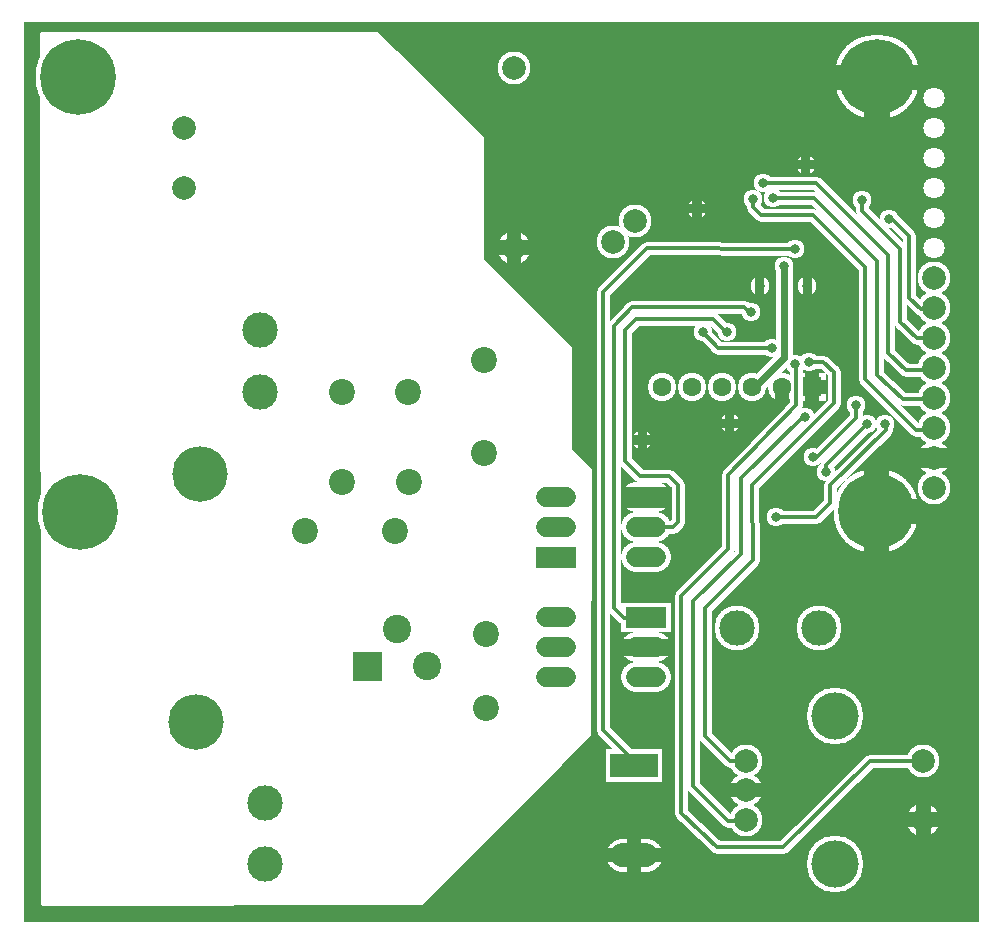
<source format=gbr>
%FSLAX34Y34*%
%MOMM*%
%LNCOPPER_TOP*%
G71*
G01*
%ADD10C,2.400*%
%ADD11C,1.610*%
%ADD12C,1.100*%
%ADD13C,1.400*%
%ADD14C,2.500*%
%ADD15C,3.000*%
%ADD16C,3.800*%
%ADD17C,3.200*%
%ADD18C,5.500*%
%ADD19C,2.800*%
%ADD20C,4.800*%
%ADD21C,2.800*%
%ADD22C,7.200*%
%ADD23C,1.400*%
%ADD24C,1.800*%
%ADD25C,0.300*%
%ADD26C,1.157*%
%ADD27C,1.141*%
%ADD28C,1.700*%
%ADD29C,1.473*%
%ADD30C,1.240*%
%ADD31C,1.320*%
%ADD32C,1.200*%
%ADD33C,2.133*%
%ADD34C,0.200*%
%ADD35C,1.653*%
%ADD36C,0.810*%
%ADD37C,1.600*%
%ADD38C,0.810*%
%ADD39C,0.600*%
%ADD40C,2.200*%
%ADD41C,4.700*%
%ADD42C,2.000*%
%ADD43C,4.000*%
%ADD44C,2.000*%
%ADD45C,6.400*%
%ADD46C,0.600*%
%LPD*%
G36*
X-12700Y746397D02*
X796300Y746397D01*
X796300Y-15603D01*
X-12700Y-15603D01*
X-12700Y746397D01*
G37*
%LPC*%
G36*
X666526Y449918D02*
X666526Y425918D01*
X642526Y425918D01*
X642526Y449918D01*
X666526Y449918D01*
G37*
X629127Y437918D02*
G54D10*
D03*
X603726Y437919D02*
G54D10*
D03*
X578326Y437919D02*
G54D10*
D03*
X552926Y437919D02*
G54D10*
D03*
X527526Y437919D02*
G54D10*
D03*
X630460Y540408D02*
G54D11*
D03*
X620934Y470955D02*
G54D11*
D03*
X562197Y484052D02*
G54D11*
D03*
G54D12*
X620934Y470955D02*
X575294Y470955D01*
X562197Y484052D01*
G54D13*
X630460Y540408D02*
X630460Y462668D01*
X605710Y437919D01*
G54D14*
X505675Y344234D02*
X522675Y344234D01*
G54D14*
X429475Y318834D02*
X446475Y318834D01*
G54D14*
X505675Y318834D02*
X522675Y318834D01*
G54D14*
X429475Y344234D02*
X446475Y344234D01*
G54D14*
X505675Y293434D02*
X522675Y293434D01*
G54D14*
X429475Y191834D02*
X446475Y191834D01*
G54D14*
X505675Y217234D02*
X522675Y217234D01*
G54D14*
X429475Y217234D02*
X446475Y217234D01*
G54D14*
X505675Y191834D02*
X522675Y191834D01*
G54D14*
X429475Y242634D02*
X446475Y242634D01*
X225250Y315659D02*
G54D15*
D03*
X257000Y356934D02*
G54D15*
D03*
X312959Y356934D02*
G54D15*
D03*
X376447Y381780D02*
G54D15*
D03*
X257000Y433134D02*
G54D15*
D03*
X312563Y433134D02*
G54D15*
D03*
X376447Y460361D02*
G54D15*
D03*
X301450Y315659D02*
G54D15*
D03*
G36*
X416975Y305934D02*
X458975Y305934D01*
X458975Y280934D01*
X416975Y280934D01*
X416975Y305934D01*
G37*
G36*
X493175Y255134D02*
X535175Y255134D01*
X535175Y230134D01*
X493175Y230134D01*
X493175Y255134D01*
G37*
X191829Y33906D02*
G54D16*
D03*
X191830Y85907D02*
G54D16*
D03*
G36*
X294199Y217202D02*
X294199Y185202D01*
X262199Y185202D01*
X262199Y217202D01*
X294199Y217202D01*
G37*
X303599Y232952D02*
G54D17*
D03*
X328999Y201202D02*
G54D17*
D03*
X136338Y363901D02*
G54D18*
D03*
X133163Y154351D02*
G54D18*
D03*
X660496Y233410D02*
G54D16*
D03*
X591032Y233411D02*
G54D16*
D03*
X378485Y228298D02*
G54D15*
D03*
X378485Y165598D02*
G54D15*
D03*
X598890Y121450D02*
G54D19*
D03*
X598890Y71450D02*
G54D19*
D03*
X598890Y96450D02*
G54D19*
D03*
X748890Y121450D02*
G54D19*
D03*
X748890Y71450D02*
G54D19*
D03*
X673890Y158950D02*
G54D20*
D03*
X673890Y33950D02*
G54D20*
D03*
X402235Y555825D02*
G54D19*
D03*
X402234Y708224D02*
G54D19*
D03*
X122834Y657425D02*
G54D19*
D03*
X122834Y606625D02*
G54D19*
D03*
G54D21*
X493856Y41222D02*
X513856Y41222D01*
G36*
X479856Y131221D02*
X527856Y131221D01*
X527856Y103221D01*
X479856Y103221D01*
X479856Y131221D01*
G37*
X709155Y332456D02*
G54D22*
D03*
X685154Y332456D02*
G54D23*
D03*
X692184Y349426D02*
G54D23*
D03*
X709155Y356456D02*
G54D23*
D03*
X726125Y349426D02*
G54D23*
D03*
X733154Y332456D02*
G54D23*
D03*
X726125Y315485D02*
G54D23*
D03*
X709155Y308456D02*
G54D23*
D03*
X692184Y315485D02*
G54D23*
D03*
X709612Y699962D02*
G54D22*
D03*
X685611Y699962D02*
G54D23*
D03*
X692640Y716933D02*
G54D23*
D03*
X709611Y723962D02*
G54D23*
D03*
X726582Y716933D02*
G54D23*
D03*
X733611Y699962D02*
G54D23*
D03*
X726582Y682991D02*
G54D23*
D03*
X709611Y675962D02*
G54D23*
D03*
X692640Y682991D02*
G54D23*
D03*
X757573Y352300D02*
G54D19*
D03*
X757573Y377700D02*
G54D19*
D03*
X757573Y403100D02*
G54D19*
D03*
X757573Y428500D02*
G54D19*
D03*
X757573Y453900D02*
G54D19*
D03*
X757573Y479300D02*
G54D19*
D03*
X757573Y504700D02*
G54D19*
D03*
X757573Y530100D02*
G54D19*
D03*
X34924Y331662D02*
G54D22*
D03*
X10923Y331662D02*
G54D23*
D03*
X17953Y348633D02*
G54D23*
D03*
X34924Y355662D02*
G54D23*
D03*
X51894Y348633D02*
G54D23*
D03*
X58924Y331662D02*
G54D23*
D03*
X51894Y314692D02*
G54D23*
D03*
X34924Y307662D02*
G54D23*
D03*
X17953Y314692D02*
G54D23*
D03*
X33336Y699962D02*
G54D22*
D03*
X9336Y699962D02*
G54D23*
D03*
X16366Y716933D02*
G54D23*
D03*
X33336Y723962D02*
G54D23*
D03*
X50306Y716933D02*
G54D23*
D03*
X57336Y699962D02*
G54D23*
D03*
X50306Y682992D02*
G54D23*
D03*
X33336Y675962D02*
G54D23*
D03*
X16366Y682992D02*
G54D23*
D03*
X757573Y555500D02*
G54D24*
D03*
X757573Y580900D02*
G54D24*
D03*
X757573Y606300D02*
G54D24*
D03*
X757573Y631700D02*
G54D24*
D03*
X757573Y657100D02*
G54D24*
D03*
X757573Y682500D02*
G54D24*
D03*
X22560Y472950D02*
G54D24*
D03*
X22560Y498350D02*
G54D24*
D03*
X22560Y523750D02*
G54D24*
D03*
X22560Y549150D02*
G54D24*
D03*
X187464Y433956D02*
G54D16*
D03*
X187464Y485957D02*
G54D16*
D03*
X719534Y580232D02*
G54D11*
D03*
X696515Y595710D02*
G54D11*
D03*
X621506Y597694D02*
G54D11*
D03*
X612775Y610791D02*
G54D11*
D03*
X604837Y597297D02*
G54D11*
D03*
G54D12*
X719534Y580232D02*
X722312Y580232D01*
X736997Y565547D01*
X736997Y513557D01*
X746918Y503635D01*
X759683Y503635D01*
X760748Y504700D01*
G54D12*
X696515Y595710D02*
X696515Y586979D01*
X729059Y554435D01*
X729059Y492919D01*
X743744Y479029D01*
X758889Y479029D01*
X759160Y479300D01*
G54D12*
X612775Y610791D02*
X657622Y610791D01*
X719137Y549276D01*
X719137Y466726D01*
X733822Y452041D01*
X755714Y452041D01*
X757573Y453900D01*
G54D12*
X620712Y597694D02*
X656431Y597694D01*
X710009Y544116D01*
X710009Y448072D01*
X731440Y427435D01*
X755714Y427435D01*
X756779Y428500D01*
G54D12*
X604837Y597297D02*
X604837Y590154D01*
X611187Y583804D01*
X655637Y583804D01*
X699690Y539750D01*
X699690Y444500D01*
X742553Y401638D01*
X756111Y401638D01*
X757573Y403100D01*
X583009Y484585D02*
G54D11*
D03*
X602853Y501254D02*
G54D11*
D03*
G54D12*
X601265Y501254D02*
X596900Y505619D01*
X502444Y505619D01*
X486568Y489744D01*
X486568Y250826D01*
X495300Y242094D01*
X512048Y242094D01*
X512588Y242634D01*
G54D12*
X583009Y484585D02*
X581422Y484585D01*
X570706Y495300D01*
X505618Y495300D01*
X496490Y486172D01*
X496490Y375047D01*
X509190Y362347D01*
X533400Y362347D01*
X541337Y354410D01*
X541337Y323454D01*
X536972Y319088D01*
X514429Y319088D01*
X514175Y318834D01*
G54D12*
X507428Y117221D02*
X507428Y117650D01*
X477837Y147241D01*
X477837Y518319D01*
X514747Y555229D01*
X640556Y554832D01*
X640556Y554832D02*
G54D11*
D03*
X639762Y457200D02*
G54D11*
D03*
X651668Y459185D02*
G54D11*
D03*
X648494Y412750D02*
G54D11*
D03*
X716756Y406797D02*
G54D11*
D03*
X701278Y406400D02*
G54D11*
D03*
X691753Y422672D02*
G54D11*
D03*
X655240Y378619D02*
G54D11*
D03*
X623887Y327422D02*
G54D11*
D03*
X666353Y365522D02*
G54D11*
D03*
G54D12*
X623887Y327422D02*
X657622Y327422D01*
X669925Y339726D01*
X669925Y354410D01*
X717153Y401638D01*
X717153Y406400D01*
X716756Y406797D01*
G54D12*
X666353Y365522D02*
X666353Y371476D01*
X701278Y406400D01*
G54D12*
X651668Y459185D02*
X663972Y459185D01*
X673100Y450850D01*
X673100Y423863D01*
X604044Y354807D01*
X604837Y291307D01*
X564356Y250826D01*
X564356Y142082D01*
X584988Y121450D01*
X598890Y121450D01*
G54D12*
X648494Y412750D02*
X646906Y412750D01*
X594518Y360363D01*
X594518Y296069D01*
X554037Y256382D01*
X554037Y100013D01*
X583406Y70644D01*
X598085Y70644D01*
X598890Y71450D01*
G54D12*
X639762Y457200D02*
X641350Y452438D01*
X641350Y422276D01*
X583406Y363538D01*
X583406Y300832D01*
X543718Y261144D01*
X543718Y76994D01*
X573881Y48419D01*
X630237Y48419D01*
X703262Y121444D01*
X748890Y121450D01*
G36*
X2381Y736600D02*
X286544Y736600D01*
X375444Y648494D01*
X375444Y545306D01*
X450056Y470694D01*
X450056Y384175D01*
X466328Y367903D01*
X465534Y143272D01*
X324644Y794D01*
X3175Y0D01*
X2381Y736600D01*
G37*
G54D25*
X2381Y736600D02*
X286544Y736600D01*
X375444Y648494D01*
X375444Y545306D01*
X450056Y470694D01*
X450056Y384175D01*
X466328Y367903D01*
X465534Y143272D01*
X324644Y794D01*
X3175Y0D01*
X2381Y736600D01*
X650649Y523688D02*
G54D11*
D03*
X610168Y523688D02*
G54D11*
D03*
G54D12*
X655240Y378619D02*
X658812Y378619D01*
X692150Y411957D01*
X692150Y422276D01*
X691753Y422672D01*
X556987Y588776D02*
G54D11*
D03*
X649062Y626082D02*
G54D11*
D03*
X510949Y392719D02*
G54D11*
D03*
X584768Y407007D02*
G54D11*
D03*
X504280Y578100D02*
G54D19*
D03*
X486319Y560139D02*
G54D19*
D03*
%LPD*%
G54D26*
G36*
X654526Y443705D02*
X667026Y443705D01*
X667026Y432132D01*
X654526Y432132D01*
X654526Y443705D01*
G37*
G36*
X660312Y437918D02*
X660312Y425418D01*
X648739Y425418D01*
X648739Y437918D01*
X660312Y437918D01*
G37*
G36*
X648739Y437918D02*
X648739Y450418D01*
X660312Y450418D01*
X660312Y437918D01*
X648739Y437918D01*
G37*
G54D27*
G36*
X634833Y437918D02*
X634833Y425418D01*
X623420Y425418D01*
X623420Y437918D01*
X634833Y437918D01*
G37*
G54D28*
G36*
X514175Y352734D02*
X535675Y352734D01*
X535675Y335734D01*
X514175Y335734D01*
X514175Y352734D01*
G37*
G36*
X514175Y335734D02*
X492675Y335734D01*
X492675Y352734D01*
X514175Y352734D01*
X514175Y335734D01*
G37*
G54D29*
G36*
X514175Y224601D02*
X535675Y224601D01*
X535675Y209868D01*
X514175Y209868D01*
X514175Y224601D01*
G37*
G36*
X514175Y209868D02*
X492675Y209868D01*
X492675Y224601D01*
X514175Y224601D01*
X514175Y209868D01*
G37*
G54D30*
G36*
X598890Y102650D02*
X613390Y102650D01*
X613390Y90250D01*
X598890Y90250D01*
X598890Y102650D01*
G37*
G36*
X598890Y90250D02*
X584390Y90250D01*
X584390Y102650D01*
X598890Y102650D01*
X598890Y90250D01*
G37*
G54D31*
G36*
X748890Y78050D02*
X763390Y78050D01*
X763390Y64850D01*
X748890Y64850D01*
X748890Y78050D01*
G37*
G36*
X755490Y71450D02*
X755490Y56950D01*
X742290Y56950D01*
X742290Y71450D01*
X755490Y71450D01*
G37*
G36*
X748890Y64850D02*
X734390Y64850D01*
X734390Y78050D01*
X748890Y78050D01*
X748890Y64850D01*
G37*
G36*
X742290Y71450D02*
X742290Y85950D01*
X755490Y85950D01*
X755490Y71450D01*
X742290Y71450D01*
G37*
G54D32*
G36*
X402235Y561825D02*
X416735Y561825D01*
X416735Y549825D01*
X402235Y549825D01*
X402235Y561825D01*
G37*
G36*
X408235Y555825D02*
X408235Y541325D01*
X396235Y541325D01*
X396235Y555825D01*
X408235Y555825D01*
G37*
G36*
X402235Y549825D02*
X387735Y549825D01*
X387735Y561825D01*
X402235Y561825D01*
X402235Y549825D01*
G37*
G36*
X396235Y555825D02*
X396235Y570325D01*
X408235Y570325D01*
X408235Y555825D01*
X396235Y555825D01*
G37*
G54D32*
G36*
X497856Y41222D02*
X497856Y55722D01*
X509856Y55722D01*
X509856Y41222D01*
X497856Y41222D01*
G37*
G36*
X503856Y47222D02*
X528356Y47222D01*
X528356Y35222D01*
X503856Y35222D01*
X503856Y47222D01*
G37*
G36*
X509856Y41222D02*
X509856Y26722D01*
X497856Y26722D01*
X497856Y41222D01*
X509856Y41222D01*
G37*
G36*
X503856Y35222D02*
X479356Y35222D01*
X479356Y47222D01*
X503856Y47222D01*
X503856Y35222D01*
G37*
G54D33*
G36*
X719821Y332456D02*
X719821Y295956D01*
X698488Y295956D01*
X698488Y332456D01*
X719821Y332456D01*
G37*
G36*
X698488Y332456D02*
X698488Y368956D01*
X719821Y368956D01*
X719821Y332456D01*
X698488Y332456D01*
G37*
G36*
X709155Y343122D02*
X745655Y343122D01*
X745655Y321789D01*
X709155Y321789D01*
X709155Y343122D01*
G37*
G54D34*
G36*
X686154Y332456D02*
X686154Y324956D01*
X684154Y324956D01*
X684154Y332456D01*
X686154Y332456D01*
G37*
G36*
X685154Y331456D02*
X677654Y331456D01*
X677654Y333456D01*
X685154Y333456D01*
X685154Y331456D01*
G37*
G36*
X684154Y332456D02*
X684154Y339956D01*
X686154Y339956D01*
X686154Y332456D01*
X684154Y332456D01*
G37*
G36*
X685154Y333456D02*
X692654Y333456D01*
X692654Y331456D01*
X685154Y331456D01*
X685154Y333456D01*
G37*
G54D34*
G36*
X693184Y349426D02*
X693184Y341926D01*
X691184Y341926D01*
X691184Y349426D01*
X693184Y349426D01*
G37*
G36*
X692184Y348426D02*
X684684Y348426D01*
X684684Y350426D01*
X692184Y350426D01*
X692184Y348426D01*
G37*
G36*
X691184Y349426D02*
X691184Y356926D01*
X693184Y356926D01*
X693184Y349426D01*
X691184Y349426D01*
G37*
G36*
X692184Y350426D02*
X699684Y350426D01*
X699684Y348426D01*
X692184Y348426D01*
X692184Y350426D01*
G37*
G54D34*
G36*
X710155Y356456D02*
X710155Y348956D01*
X708155Y348956D01*
X708155Y356456D01*
X710155Y356456D01*
G37*
G36*
X709155Y355456D02*
X701655Y355456D01*
X701655Y357456D01*
X709155Y357456D01*
X709155Y355456D01*
G37*
G36*
X708155Y356456D02*
X708155Y363956D01*
X710155Y363956D01*
X710155Y356456D01*
X708155Y356456D01*
G37*
G36*
X709155Y357456D02*
X716655Y357456D01*
X716655Y355456D01*
X709155Y355456D01*
X709155Y357456D01*
G37*
G54D34*
G36*
X727125Y349426D02*
X727125Y341926D01*
X725125Y341926D01*
X725125Y349426D01*
X727125Y349426D01*
G37*
G36*
X726125Y348426D02*
X718625Y348426D01*
X718625Y350426D01*
X726125Y350426D01*
X726125Y348426D01*
G37*
G36*
X725125Y349426D02*
X725125Y356926D01*
X727125Y356926D01*
X727125Y349426D01*
X725125Y349426D01*
G37*
G36*
X726125Y350426D02*
X733625Y350426D01*
X733625Y348426D01*
X726125Y348426D01*
X726125Y350426D01*
G37*
G54D34*
G36*
X734154Y332456D02*
X734154Y324956D01*
X732154Y324956D01*
X732154Y332456D01*
X734154Y332456D01*
G37*
G36*
X733154Y331456D02*
X725654Y331456D01*
X725654Y333456D01*
X733154Y333456D01*
X733154Y331456D01*
G37*
G36*
X732154Y332456D02*
X732154Y339956D01*
X734154Y339956D01*
X734154Y332456D01*
X732154Y332456D01*
G37*
G36*
X733154Y333456D02*
X740654Y333456D01*
X740654Y331456D01*
X733154Y331456D01*
X733154Y333456D01*
G37*
G54D34*
G36*
X727125Y315485D02*
X727125Y307985D01*
X725125Y307985D01*
X725125Y315485D01*
X727125Y315485D01*
G37*
G36*
X726125Y314485D02*
X718625Y314485D01*
X718625Y316485D01*
X726125Y316485D01*
X726125Y314485D01*
G37*
G36*
X725125Y315485D02*
X725125Y322985D01*
X727125Y322985D01*
X727125Y315485D01*
X725125Y315485D01*
G37*
G36*
X726125Y316485D02*
X733625Y316485D01*
X733625Y314485D01*
X726125Y314485D01*
X726125Y316485D01*
G37*
G54D34*
G36*
X710155Y308456D02*
X710155Y300956D01*
X708155Y300956D01*
X708155Y308456D01*
X710155Y308456D01*
G37*
G36*
X709155Y307456D02*
X701655Y307456D01*
X701655Y309456D01*
X709155Y309456D01*
X709155Y307456D01*
G37*
G36*
X708155Y308456D02*
X708155Y315956D01*
X710155Y315956D01*
X710155Y308456D01*
X708155Y308456D01*
G37*
G36*
X709155Y309456D02*
X716655Y309456D01*
X716655Y307456D01*
X709155Y307456D01*
X709155Y309456D01*
G37*
G54D34*
G36*
X693184Y315485D02*
X693184Y307985D01*
X691184Y307985D01*
X691184Y315485D01*
X693184Y315485D01*
G37*
G36*
X692184Y314485D02*
X684684Y314485D01*
X684684Y316485D01*
X692184Y316485D01*
X692184Y314485D01*
G37*
G36*
X691184Y315485D02*
X691184Y322985D01*
X693184Y322985D01*
X693184Y315485D01*
X691184Y315485D01*
G37*
G36*
X692184Y316485D02*
X699684Y316485D01*
X699684Y314485D01*
X692184Y314485D01*
X692184Y316485D01*
G37*
G54D33*
G36*
X720278Y699962D02*
X720278Y663462D01*
X698945Y663462D01*
X698945Y699962D01*
X720278Y699962D01*
G37*
G36*
X709612Y689295D02*
X673112Y689295D01*
X673112Y710629D01*
X709612Y710629D01*
X709612Y689295D01*
G37*
G36*
X709612Y710629D02*
X746112Y710629D01*
X746112Y689295D01*
X709612Y689295D01*
X709612Y710629D01*
G37*
G54D34*
G36*
X686611Y699962D02*
X686611Y692462D01*
X684611Y692462D01*
X684611Y699962D01*
X686611Y699962D01*
G37*
G36*
X685611Y698962D02*
X678111Y698962D01*
X678111Y700962D01*
X685611Y700962D01*
X685611Y698962D01*
G37*
G36*
X684611Y699962D02*
X684611Y707462D01*
X686611Y707462D01*
X686611Y699962D01*
X684611Y699962D01*
G37*
G36*
X685611Y700962D02*
X693111Y700962D01*
X693111Y698962D01*
X685611Y698962D01*
X685611Y700962D01*
G37*
G54D34*
G36*
X693640Y716933D02*
X693640Y709433D01*
X691640Y709433D01*
X691640Y716933D01*
X693640Y716933D01*
G37*
G36*
X692640Y715933D02*
X685140Y715933D01*
X685140Y717933D01*
X692640Y717933D01*
X692640Y715933D01*
G37*
G36*
X691640Y716933D02*
X691640Y724433D01*
X693640Y724433D01*
X693640Y716933D01*
X691640Y716933D01*
G37*
G36*
X692640Y717933D02*
X700140Y717933D01*
X700140Y715933D01*
X692640Y715933D01*
X692640Y717933D01*
G37*
G54D34*
G36*
X710611Y723962D02*
X710611Y716462D01*
X708611Y716462D01*
X708611Y723962D01*
X710611Y723962D01*
G37*
G36*
X709611Y722962D02*
X702111Y722962D01*
X702111Y724962D01*
X709611Y724962D01*
X709611Y722962D01*
G37*
G36*
X708611Y723962D02*
X708611Y731462D01*
X710611Y731462D01*
X710611Y723962D01*
X708611Y723962D01*
G37*
G36*
X709611Y724962D02*
X717111Y724962D01*
X717111Y722962D01*
X709611Y722962D01*
X709611Y724962D01*
G37*
G54D34*
G36*
X727582Y716933D02*
X727582Y709433D01*
X725582Y709433D01*
X725582Y716933D01*
X727582Y716933D01*
G37*
G36*
X726582Y715933D02*
X719082Y715933D01*
X719082Y717933D01*
X726582Y717933D01*
X726582Y715933D01*
G37*
G36*
X725582Y716933D02*
X725582Y724433D01*
X727582Y724433D01*
X727582Y716933D01*
X725582Y716933D01*
G37*
G36*
X726582Y717933D02*
X734082Y717933D01*
X734082Y715933D01*
X726582Y715933D01*
X726582Y717933D01*
G37*
G54D34*
G36*
X734611Y699962D02*
X734611Y692462D01*
X732611Y692462D01*
X732611Y699962D01*
X734611Y699962D01*
G37*
G36*
X733611Y698962D02*
X726111Y698962D01*
X726111Y700962D01*
X733611Y700962D01*
X733611Y698962D01*
G37*
G36*
X732611Y699962D02*
X732611Y707462D01*
X734611Y707462D01*
X734611Y699962D01*
X732611Y699962D01*
G37*
G36*
X733611Y700962D02*
X741111Y700962D01*
X741111Y698962D01*
X733611Y698962D01*
X733611Y700962D01*
G37*
G54D34*
G36*
X727582Y682991D02*
X727582Y675491D01*
X725582Y675491D01*
X725582Y682991D01*
X727582Y682991D01*
G37*
G36*
X726582Y681991D02*
X719082Y681991D01*
X719082Y683991D01*
X726582Y683991D01*
X726582Y681991D01*
G37*
G36*
X725582Y682991D02*
X725582Y690491D01*
X727582Y690491D01*
X727582Y682991D01*
X725582Y682991D01*
G37*
G36*
X726582Y683991D02*
X734082Y683991D01*
X734082Y681991D01*
X726582Y681991D01*
X726582Y683991D01*
G37*
G54D34*
G36*
X710611Y675962D02*
X710611Y668462D01*
X708611Y668462D01*
X708611Y675962D01*
X710611Y675962D01*
G37*
G36*
X709611Y674962D02*
X702111Y674962D01*
X702111Y676962D01*
X709611Y676962D01*
X709611Y674962D01*
G37*
G36*
X708611Y675962D02*
X708611Y683462D01*
X710611Y683462D01*
X710611Y675962D01*
X708611Y675962D01*
G37*
G36*
X709611Y676962D02*
X717111Y676962D01*
X717111Y674962D01*
X709611Y674962D01*
X709611Y676962D01*
G37*
G54D34*
G36*
X693640Y682991D02*
X693640Y675491D01*
X691640Y675491D01*
X691640Y682991D01*
X693640Y682991D01*
G37*
G36*
X692640Y681991D02*
X685140Y681991D01*
X685140Y683991D01*
X692640Y683991D01*
X692640Y681991D01*
G37*
G36*
X691640Y682991D02*
X691640Y690491D01*
X693640Y690491D01*
X693640Y682991D01*
X691640Y682991D01*
G37*
G36*
X692640Y683991D02*
X700140Y683991D01*
X700140Y681991D01*
X692640Y681991D01*
X692640Y683991D01*
G37*
G54D35*
G36*
X757573Y369433D02*
X743073Y369433D01*
X743073Y385967D01*
X757573Y385967D01*
X757573Y369433D01*
G37*
G36*
X757573Y385967D02*
X772073Y385967D01*
X772073Y369433D01*
X757573Y369433D01*
X757573Y385967D01*
G37*
G54D34*
G36*
X11923Y331662D02*
X11923Y324162D01*
X9923Y324162D01*
X9923Y331662D01*
X11923Y331662D01*
G37*
G36*
X10923Y330662D02*
X3423Y330662D01*
X3423Y332662D01*
X10923Y332662D01*
X10923Y330662D01*
G37*
G36*
X9923Y331662D02*
X9923Y339162D01*
X11923Y339162D01*
X11923Y331662D01*
X9923Y331662D01*
G37*
G36*
X10923Y332662D02*
X18423Y332662D01*
X18423Y330662D01*
X10923Y330662D01*
X10923Y332662D01*
G37*
G54D34*
G36*
X18953Y348633D02*
X18953Y341133D01*
X16953Y341133D01*
X16953Y348633D01*
X18953Y348633D01*
G37*
G36*
X17953Y347633D02*
X10453Y347633D01*
X10453Y349633D01*
X17953Y349633D01*
X17953Y347633D01*
G37*
G36*
X16953Y348633D02*
X16953Y356133D01*
X18953Y356133D01*
X18953Y348633D01*
X16953Y348633D01*
G37*
G36*
X17953Y349633D02*
X25453Y349633D01*
X25453Y347633D01*
X17953Y347633D01*
X17953Y349633D01*
G37*
G54D34*
G36*
X35924Y355662D02*
X35924Y348162D01*
X33924Y348162D01*
X33924Y355662D01*
X35924Y355662D01*
G37*
G36*
X34924Y354662D02*
X27424Y354662D01*
X27424Y356662D01*
X34924Y356662D01*
X34924Y354662D01*
G37*
G36*
X33924Y355662D02*
X33924Y363162D01*
X35924Y363162D01*
X35924Y355662D01*
X33924Y355662D01*
G37*
G36*
X34924Y356662D02*
X42424Y356662D01*
X42424Y354662D01*
X34924Y354662D01*
X34924Y356662D01*
G37*
G54D34*
G36*
X52894Y348633D02*
X52894Y341133D01*
X50894Y341133D01*
X50894Y348633D01*
X52894Y348633D01*
G37*
G36*
X51894Y347633D02*
X44394Y347633D01*
X44394Y349633D01*
X51894Y349633D01*
X51894Y347633D01*
G37*
G36*
X50894Y348633D02*
X50894Y356133D01*
X52894Y356133D01*
X52894Y348633D01*
X50894Y348633D01*
G37*
G36*
X51894Y349633D02*
X59394Y349633D01*
X59394Y347633D01*
X51894Y347633D01*
X51894Y349633D01*
G37*
G54D34*
G36*
X59924Y331662D02*
X59924Y324162D01*
X57924Y324162D01*
X57924Y331662D01*
X59924Y331662D01*
G37*
G36*
X58924Y330662D02*
X51424Y330662D01*
X51424Y332662D01*
X58924Y332662D01*
X58924Y330662D01*
G37*
G36*
X57924Y331662D02*
X57924Y339162D01*
X59924Y339162D01*
X59924Y331662D01*
X57924Y331662D01*
G37*
G36*
X58924Y332662D02*
X66424Y332662D01*
X66424Y330662D01*
X58924Y330662D01*
X58924Y332662D01*
G37*
G54D34*
G36*
X52894Y314692D02*
X52894Y307192D01*
X50894Y307192D01*
X50894Y314692D01*
X52894Y314692D01*
G37*
G36*
X51894Y313692D02*
X44394Y313692D01*
X44394Y315692D01*
X51894Y315692D01*
X51894Y313692D01*
G37*
G36*
X50894Y314692D02*
X50894Y322192D01*
X52894Y322192D01*
X52894Y314692D01*
X50894Y314692D01*
G37*
G36*
X51894Y315692D02*
X59394Y315692D01*
X59394Y313692D01*
X51894Y313692D01*
X51894Y315692D01*
G37*
G54D34*
G36*
X35924Y307662D02*
X35924Y300162D01*
X33924Y300162D01*
X33924Y307662D01*
X35924Y307662D01*
G37*
G36*
X34924Y306662D02*
X27424Y306662D01*
X27424Y308662D01*
X34924Y308662D01*
X34924Y306662D01*
G37*
G36*
X33924Y307662D02*
X33924Y315162D01*
X35924Y315162D01*
X35924Y307662D01*
X33924Y307662D01*
G37*
G36*
X34924Y308662D02*
X42424Y308662D01*
X42424Y306662D01*
X34924Y306662D01*
X34924Y308662D01*
G37*
G54D34*
G36*
X18953Y314692D02*
X18953Y307192D01*
X16953Y307192D01*
X16953Y314692D01*
X18953Y314692D01*
G37*
G36*
X17953Y313692D02*
X10453Y313692D01*
X10453Y315692D01*
X17953Y315692D01*
X17953Y313692D01*
G37*
G36*
X16953Y314692D02*
X16953Y322192D01*
X18953Y322192D01*
X18953Y314692D01*
X16953Y314692D01*
G37*
G36*
X17953Y315692D02*
X25453Y315692D01*
X25453Y313692D01*
X17953Y313692D01*
X17953Y315692D01*
G37*
G54D34*
G36*
X10336Y699962D02*
X10336Y692462D01*
X8336Y692462D01*
X8336Y699962D01*
X10336Y699962D01*
G37*
G36*
X9336Y698962D02*
X1836Y698962D01*
X1836Y700962D01*
X9336Y700962D01*
X9336Y698962D01*
G37*
G36*
X8336Y699962D02*
X8336Y707462D01*
X10336Y707462D01*
X10336Y699962D01*
X8336Y699962D01*
G37*
G36*
X9336Y700962D02*
X16836Y700962D01*
X16836Y698962D01*
X9336Y698962D01*
X9336Y700962D01*
G37*
G54D34*
G36*
X17366Y716933D02*
X17366Y709433D01*
X15366Y709433D01*
X15366Y716933D01*
X17366Y716933D01*
G37*
G36*
X16366Y715933D02*
X8866Y715933D01*
X8866Y717933D01*
X16366Y717933D01*
X16366Y715933D01*
G37*
G36*
X15366Y716933D02*
X15366Y724433D01*
X17366Y724433D01*
X17366Y716933D01*
X15366Y716933D01*
G37*
G36*
X16366Y717933D02*
X23866Y717933D01*
X23866Y715933D01*
X16366Y715933D01*
X16366Y717933D01*
G37*
G54D34*
G36*
X34336Y723962D02*
X34336Y716462D01*
X32336Y716462D01*
X32336Y723962D01*
X34336Y723962D01*
G37*
G36*
X33336Y722962D02*
X25836Y722962D01*
X25836Y724962D01*
X33336Y724962D01*
X33336Y722962D01*
G37*
G36*
X32336Y723962D02*
X32336Y731462D01*
X34336Y731462D01*
X34336Y723962D01*
X32336Y723962D01*
G37*
G36*
X33336Y724962D02*
X40836Y724962D01*
X40836Y722962D01*
X33336Y722962D01*
X33336Y724962D01*
G37*
G54D34*
G36*
X51306Y716933D02*
X51306Y709433D01*
X49306Y709433D01*
X49306Y716933D01*
X51306Y716933D01*
G37*
G36*
X50306Y715933D02*
X42806Y715933D01*
X42806Y717933D01*
X50306Y717933D01*
X50306Y715933D01*
G37*
G36*
X49306Y716933D02*
X49306Y724433D01*
X51306Y724433D01*
X51306Y716933D01*
X49306Y716933D01*
G37*
G36*
X50306Y717933D02*
X57806Y717933D01*
X57806Y715933D01*
X50306Y715933D01*
X50306Y717933D01*
G37*
G54D34*
G36*
X58336Y699962D02*
X58336Y692462D01*
X56336Y692462D01*
X56336Y699962D01*
X58336Y699962D01*
G37*
G36*
X57336Y698962D02*
X49836Y698962D01*
X49836Y700962D01*
X57336Y700962D01*
X57336Y698962D01*
G37*
G36*
X56336Y699962D02*
X56336Y707462D01*
X58336Y707462D01*
X58336Y699962D01*
X56336Y699962D01*
G37*
G36*
X57336Y700962D02*
X64836Y700962D01*
X64836Y698962D01*
X57336Y698962D01*
X57336Y700962D01*
G37*
G54D34*
G36*
X51306Y682992D02*
X51306Y675492D01*
X49306Y675492D01*
X49306Y682992D01*
X51306Y682992D01*
G37*
G36*
X50306Y681992D02*
X42806Y681992D01*
X42806Y683992D01*
X50306Y683992D01*
X50306Y681992D01*
G37*
G36*
X49306Y682992D02*
X49306Y690492D01*
X51306Y690492D01*
X51306Y682992D01*
X49306Y682992D01*
G37*
G36*
X50306Y683992D02*
X57806Y683992D01*
X57806Y681992D01*
X50306Y681992D01*
X50306Y683992D01*
G37*
G54D34*
G36*
X34336Y675962D02*
X34336Y668462D01*
X32336Y668462D01*
X32336Y675962D01*
X34336Y675962D01*
G37*
G36*
X33336Y674962D02*
X25836Y674962D01*
X25836Y676962D01*
X33336Y676962D01*
X33336Y674962D01*
G37*
G36*
X32336Y675962D02*
X32336Y683462D01*
X34336Y683462D01*
X34336Y675962D01*
X32336Y675962D01*
G37*
G36*
X33336Y676962D02*
X40836Y676962D01*
X40836Y674962D01*
X33336Y674962D01*
X33336Y676962D01*
G37*
G54D34*
G36*
X17366Y682992D02*
X17366Y675492D01*
X15366Y675492D01*
X15366Y682992D01*
X17366Y682992D01*
G37*
G36*
X16366Y681992D02*
X8866Y681992D01*
X8866Y683992D01*
X16366Y683992D01*
X16366Y681992D01*
G37*
G36*
X15366Y682992D02*
X15366Y690492D01*
X17366Y690492D01*
X17366Y682992D01*
X15366Y682992D01*
G37*
G36*
X16366Y683992D02*
X23866Y683992D01*
X23866Y681992D01*
X16366Y681992D01*
X16366Y683992D01*
G37*
G54D36*
G36*
X654699Y523688D02*
X654699Y515138D01*
X646599Y515138D01*
X646599Y523688D01*
X654699Y523688D01*
G37*
G36*
X646599Y523688D02*
X646599Y532238D01*
X654699Y532238D01*
X654699Y523688D01*
X646599Y523688D01*
G37*
G54D36*
G36*
X614218Y523688D02*
X614218Y515138D01*
X606118Y515138D01*
X606118Y523688D01*
X614218Y523688D01*
G37*
G36*
X606118Y523688D02*
X606118Y532238D01*
X614218Y532238D01*
X614218Y523688D01*
X606118Y523688D01*
G37*
G54D36*
G36*
X556987Y592826D02*
X565537Y592826D01*
X565537Y584726D01*
X556987Y584726D01*
X556987Y592826D01*
G37*
G36*
X561037Y588776D02*
X561037Y580226D01*
X552937Y580226D01*
X552937Y588776D01*
X561037Y588776D01*
G37*
G36*
X556987Y584726D02*
X548437Y584726D01*
X548437Y592826D01*
X556987Y592826D01*
X556987Y584726D01*
G37*
G36*
X552937Y588776D02*
X552937Y597326D01*
X561037Y597326D01*
X561037Y588776D01*
X552937Y588776D01*
G37*
G54D36*
G36*
X649062Y630132D02*
X657612Y630132D01*
X657612Y622032D01*
X649062Y622032D01*
X649062Y630132D01*
G37*
G36*
X653112Y626082D02*
X653112Y617532D01*
X645012Y617532D01*
X645012Y626082D01*
X653112Y626082D01*
G37*
G36*
X649062Y622032D02*
X640512Y622032D01*
X640512Y630132D01*
X649062Y630132D01*
X649062Y622032D01*
G37*
G36*
X645012Y626082D02*
X645012Y634632D01*
X653112Y634632D01*
X653112Y626082D01*
X645012Y626082D01*
G37*
G54D36*
G36*
X510949Y396769D02*
X519499Y396769D01*
X519499Y388669D01*
X510949Y388669D01*
X510949Y396769D01*
G37*
G36*
X514999Y392719D02*
X514999Y384169D01*
X506899Y384169D01*
X506899Y392719D01*
X514999Y392719D01*
G37*
G36*
X510949Y388669D02*
X502399Y388669D01*
X502399Y396769D01*
X510949Y396769D01*
X510949Y388669D01*
G37*
G36*
X506899Y392719D02*
X506899Y401269D01*
X514999Y401269D01*
X514999Y392719D01*
X506899Y392719D01*
G37*
G54D36*
G36*
X584768Y411057D02*
X593318Y411057D01*
X593318Y402957D01*
X584768Y402957D01*
X584768Y411057D01*
G37*
G36*
X588818Y407007D02*
X588818Y398457D01*
X580718Y398457D01*
X580718Y407007D01*
X588818Y407007D01*
G37*
G36*
X584768Y402957D02*
X576218Y402957D01*
X576218Y411057D01*
X584768Y411057D01*
X584768Y402957D01*
G37*
G36*
X580718Y407007D02*
X580718Y415557D01*
X588818Y415557D01*
X588818Y407007D01*
X580718Y407007D01*
G37*
G36*
X662526Y445918D02*
X662526Y429918D01*
X646526Y429918D01*
X646526Y445918D01*
X662526Y445918D01*
G37*
X629127Y437918D02*
G54D37*
D03*
X603726Y437919D02*
G54D37*
D03*
X578326Y437919D02*
G54D37*
D03*
X552926Y437919D02*
G54D37*
D03*
X527526Y437919D02*
G54D37*
D03*
X630460Y540408D02*
G54D38*
D03*
X620934Y470955D02*
G54D38*
D03*
X562197Y484052D02*
G54D38*
D03*
G54D25*
X620934Y470955D02*
X575294Y470955D01*
X562197Y484052D01*
G54D39*
X630460Y540408D02*
X630460Y462668D01*
X605710Y437919D01*
G54D28*
X505675Y344234D02*
X522675Y344234D01*
G54D28*
X429475Y318834D02*
X446475Y318834D01*
G54D28*
X505675Y318834D02*
X522675Y318834D01*
G54D28*
X429475Y344234D02*
X446475Y344234D01*
G54D28*
X505675Y293434D02*
X522675Y293434D01*
G54D28*
X429475Y191834D02*
X446475Y191834D01*
G54D28*
X505675Y217234D02*
X522675Y217234D01*
G54D28*
X429475Y217234D02*
X446475Y217234D01*
G54D28*
X505675Y191834D02*
X522675Y191834D01*
G54D28*
X429475Y242634D02*
X446475Y242634D01*
X225250Y315659D02*
G54D40*
D03*
X257000Y356934D02*
G54D40*
D03*
X312959Y356934D02*
G54D40*
D03*
X376447Y381780D02*
G54D40*
D03*
X257000Y433134D02*
G54D40*
D03*
X312563Y433134D02*
G54D40*
D03*
X376447Y460361D02*
G54D40*
D03*
X301450Y315659D02*
G54D40*
D03*
G36*
X420975Y301934D02*
X454975Y301934D01*
X454975Y284934D01*
X420975Y284934D01*
X420975Y301934D01*
G37*
G36*
X497175Y251134D02*
X531175Y251134D01*
X531175Y234134D01*
X497175Y234134D01*
X497175Y251134D01*
G37*
X191829Y33906D02*
G54D15*
D03*
X191830Y85907D02*
G54D15*
D03*
G36*
X290199Y213202D02*
X290199Y189202D01*
X266199Y189202D01*
X266199Y213202D01*
X290199Y213202D01*
G37*
X303599Y232952D02*
G54D10*
D03*
X328999Y201202D02*
G54D10*
D03*
X136338Y363901D02*
G54D41*
D03*
X133163Y154351D02*
G54D41*
D03*
X660496Y233410D02*
G54D15*
D03*
X591032Y233411D02*
G54D15*
D03*
X378485Y228298D02*
G54D40*
D03*
X378485Y165598D02*
G54D40*
D03*
X598890Y121450D02*
G54D42*
D03*
X598890Y71450D02*
G54D42*
D03*
X598890Y96450D02*
G54D42*
D03*
X748890Y121450D02*
G54D42*
D03*
X748890Y71450D02*
G54D42*
D03*
X673890Y158950D02*
G54D43*
D03*
X673890Y33950D02*
G54D43*
D03*
X402235Y555825D02*
G54D42*
D03*
X402234Y708224D02*
G54D42*
D03*
X122834Y657425D02*
G54D42*
D03*
X122834Y606625D02*
G54D42*
D03*
G54D44*
X493856Y41222D02*
X513856Y41222D01*
G36*
X483856Y127221D02*
X523856Y127221D01*
X523856Y107221D01*
X483856Y107221D01*
X483856Y127221D01*
G37*
X709155Y332456D02*
G54D45*
D03*
X685154Y332456D02*
G54D46*
D03*
X692184Y349426D02*
G54D46*
D03*
X709155Y356456D02*
G54D46*
D03*
X726125Y349426D02*
G54D46*
D03*
X733154Y332456D02*
G54D46*
D03*
X726125Y315485D02*
G54D46*
D03*
X709155Y308456D02*
G54D46*
D03*
X692184Y315485D02*
G54D46*
D03*
X709612Y699962D02*
G54D45*
D03*
X685611Y699962D02*
G54D46*
D03*
X692640Y716933D02*
G54D46*
D03*
X709611Y723962D02*
G54D46*
D03*
X726582Y716933D02*
G54D46*
D03*
X733611Y699962D02*
G54D46*
D03*
X726582Y682991D02*
G54D46*
D03*
X709611Y675962D02*
G54D46*
D03*
X692640Y682991D02*
G54D46*
D03*
X757573Y352300D02*
G54D42*
D03*
X757573Y377700D02*
G54D42*
D03*
X757573Y403100D02*
G54D42*
D03*
X757573Y428500D02*
G54D42*
D03*
X757573Y453900D02*
G54D42*
D03*
X757573Y479300D02*
G54D42*
D03*
X757573Y504700D02*
G54D42*
D03*
X757573Y530100D02*
G54D42*
D03*
X34924Y331662D02*
G54D45*
D03*
X10923Y331662D02*
G54D46*
D03*
X17953Y348633D02*
G54D46*
D03*
X34924Y355662D02*
G54D46*
D03*
X51894Y348633D02*
G54D46*
D03*
X58924Y331662D02*
G54D46*
D03*
X51894Y314692D02*
G54D46*
D03*
X34924Y307662D02*
G54D46*
D03*
X17953Y314692D02*
G54D46*
D03*
X33336Y699962D02*
G54D45*
D03*
X9336Y699962D02*
G54D46*
D03*
X16366Y716933D02*
G54D46*
D03*
X33336Y723962D02*
G54D46*
D03*
X50306Y716933D02*
G54D46*
D03*
X57336Y699962D02*
G54D46*
D03*
X50306Y682992D02*
G54D46*
D03*
X33336Y675962D02*
G54D46*
D03*
X16366Y682992D02*
G54D46*
D03*
X187464Y433956D02*
G54D15*
D03*
X187464Y485957D02*
G54D15*
D03*
X719534Y580232D02*
G54D38*
D03*
X696515Y595710D02*
G54D38*
D03*
X621506Y597694D02*
G54D38*
D03*
X612775Y610791D02*
G54D38*
D03*
X604837Y597297D02*
G54D38*
D03*
G54D25*
X719534Y580232D02*
X722312Y580232D01*
X736997Y565547D01*
X736997Y513557D01*
X746918Y503635D01*
X759683Y503635D01*
X760748Y504700D01*
G54D25*
X696515Y595710D02*
X696515Y586979D01*
X729059Y554435D01*
X729059Y492919D01*
X743744Y479029D01*
X758889Y479029D01*
X759160Y479300D01*
G54D25*
X612775Y610791D02*
X657622Y610791D01*
X719137Y549276D01*
X719137Y466726D01*
X733822Y452041D01*
X755714Y452041D01*
X757573Y453900D01*
G54D25*
X620712Y597694D02*
X656431Y597694D01*
X710009Y544116D01*
X710009Y448072D01*
X731440Y427435D01*
X755714Y427435D01*
X756779Y428500D01*
G54D25*
X604837Y597297D02*
X604837Y590154D01*
X611187Y583804D01*
X655637Y583804D01*
X699690Y539750D01*
X699690Y444500D01*
X742553Y401638D01*
X756111Y401638D01*
X757573Y403100D01*
X583009Y484585D02*
G54D38*
D03*
X602853Y501254D02*
G54D38*
D03*
G54D25*
X601265Y501254D02*
X596900Y505619D01*
X502444Y505619D01*
X486568Y489744D01*
X486568Y250826D01*
X495300Y242094D01*
X512048Y242094D01*
X512588Y242634D01*
G54D25*
X583009Y484585D02*
X581422Y484585D01*
X570706Y495300D01*
X505618Y495300D01*
X496490Y486172D01*
X496490Y375047D01*
X509190Y362347D01*
X533400Y362347D01*
X541337Y354410D01*
X541337Y323454D01*
X536972Y319088D01*
X514429Y319088D01*
X514175Y318834D01*
G54D25*
X507428Y117221D02*
X507428Y117650D01*
X477837Y147241D01*
X477837Y518319D01*
X514747Y555229D01*
X640556Y554832D01*
X640556Y554832D02*
G54D38*
D03*
X639762Y457200D02*
G54D38*
D03*
X651668Y459185D02*
G54D38*
D03*
X648494Y412750D02*
G54D38*
D03*
X716756Y406797D02*
G54D38*
D03*
X701278Y406400D02*
G54D38*
D03*
X691753Y422672D02*
G54D38*
D03*
X655240Y378619D02*
G54D38*
D03*
X623887Y327422D02*
G54D38*
D03*
X666353Y365522D02*
G54D38*
D03*
G54D25*
X623887Y327422D02*
X657622Y327422D01*
X669925Y339726D01*
X669925Y354410D01*
X717153Y401638D01*
X717153Y406400D01*
X716756Y406797D01*
G54D25*
X666353Y365522D02*
X666353Y371476D01*
X701278Y406400D01*
G54D25*
X651668Y459185D02*
X663972Y459185D01*
X673100Y450850D01*
X673100Y423863D01*
X604044Y354807D01*
X604837Y291307D01*
X564356Y250826D01*
X564356Y142082D01*
X584988Y121450D01*
X598890Y121450D01*
G54D25*
X648494Y412750D02*
X646906Y412750D01*
X594518Y360363D01*
X594518Y296069D01*
X554037Y256382D01*
X554037Y100013D01*
X583406Y70644D01*
X598085Y70644D01*
X598890Y71450D01*
G54D25*
X639762Y457200D02*
X641350Y452438D01*
X641350Y422276D01*
X583406Y363538D01*
X583406Y300832D01*
X543718Y261144D01*
X543718Y76994D01*
X573881Y48419D01*
X630237Y48419D01*
X703262Y121444D01*
X748890Y121450D01*
X650649Y523688D02*
G54D38*
D03*
X610168Y523688D02*
G54D38*
D03*
G54D25*
X655240Y378619D02*
X658812Y378619D01*
X692150Y411957D01*
X692150Y422276D01*
X691753Y422672D01*
X556987Y588776D02*
G54D38*
D03*
X649062Y626082D02*
G54D38*
D03*
X510949Y392719D02*
G54D38*
D03*
X584768Y407007D02*
G54D38*
D03*
X504280Y578100D02*
G54D42*
D03*
X486319Y560139D02*
G54D42*
D03*
M02*

</source>
